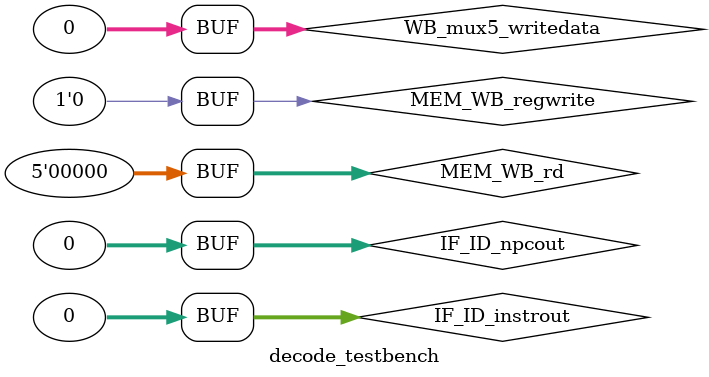
<source format=v>
`timescale 1ns / 1ps
/*
Names: Beverly Abadines (004737953), Kyle Lee (005054981)
Term: Spring 2016
Class: CSE 401
Module: decode_testbench.v
Lab: 2
Date: May 3rd, 2016

Focuses on the decode module instantiations.
*/

module decode_testbench;

	// Inputs
	reg [31:0] IF_ID_instrout;
	reg [31:0] IF_ID_npcout;
	reg [4:0] MEM_WB_rd;
	reg MEM_WB_regwrite;
	reg [31:0] WB_mux5_writedata;

	// Outputs
	wire [1:0] wb_ctlout;
	wire [2:0] m_ctlout;
	wire regdst;
	wire alusrc;
	wire [1:0] aluop;
	wire [31:0] npcout;
	wire [31:0] rdata1out;
	wire [31:0] rdata2out;
	wire [31:0] s_extendout;
	wire [4:0] instrout_2016;
	wire [4:0] instrout_1511;

	// Instantiate the Unit Under Test (UUT)
	IDECODE uut (
		.IF_ID_instrout(IF_ID_instrout), 
		.IF_ID_npcout(IF_ID_npcout), 
		.MEM_WB_rd(MEM_WB_rd), 
		.MEM_WB_regwrite(MEM_WB_regwrite), 
		.WB_mux5_writedata(WB_mux5_writedata), 
		.wb_ctlout(wb_ctlout), 
		.m_ctlout(m_ctlout), 
		.regdst(regdst), 
		.alusrc(alusrc), 
		.aluop(aluop), 
		.npcout(npcout), 
		.rdata1out(rdata1out), 
		.rdata2out(rdata2out), 
		.s_extendout(s_extendout), 
		.instrout_2016(instrout_2016), 
		.instrout_1511(instrout_1511)
	);

	initial begin
		// Initialize Inputs
		IF_ID_instrout = 0;
		IF_ID_npcout = 0;
		MEM_WB_rd = 0;
		MEM_WB_regwrite = 0;
		WB_mux5_writedata = 0;

		// Wait 100 ns for global reset to finish
		#100;
        
		// Add stimulus here

	end
      
endmodule


</source>
